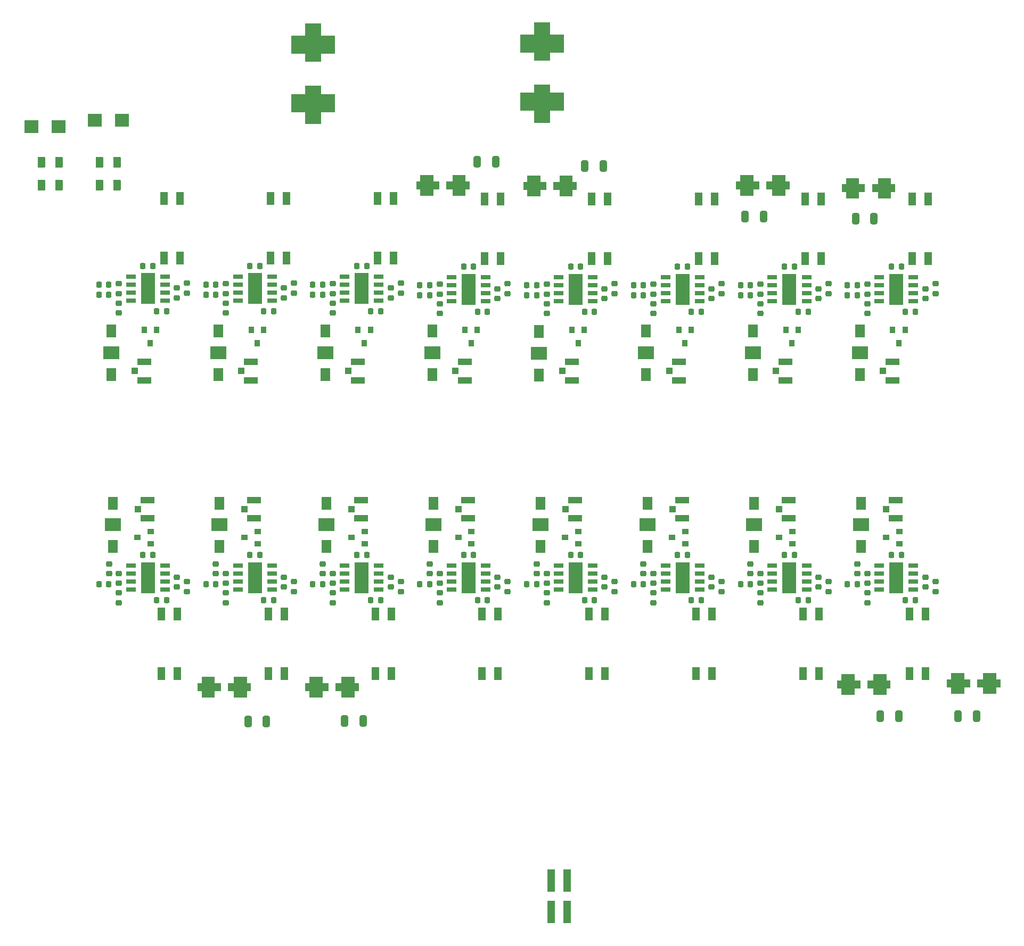
<source format=gtp>
G04 #@! TF.GenerationSoftware,KiCad,Pcbnew,(6.0.2)*
G04 #@! TF.CreationDate,2022-06-24T14:50:25-04:00*
G04 #@! TF.ProjectId,ARTIQAmp,41525449-5141-46d7-902e-6b696361645f,rev?*
G04 #@! TF.SameCoordinates,Original*
G04 #@! TF.FileFunction,Paste,Top*
G04 #@! TF.FilePolarity,Positive*
%FSLAX46Y46*%
G04 Gerber Fmt 4.6, Leading zero omitted, Abs format (unit mm)*
G04 Created by KiCad (PCBNEW (6.0.2)) date 2022-06-24 14:50:25*
%MOMM*%
%LPD*%
G01*
G04 APERTURE LIST*
G04 Aperture macros list*
%AMRoundRect*
0 Rectangle with rounded corners*
0 $1 Rounding radius*
0 $2 $3 $4 $5 $6 $7 $8 $9 X,Y pos of 4 corners*
0 Add a 4 corners polygon primitive as box body*
4,1,4,$2,$3,$4,$5,$6,$7,$8,$9,$2,$3,0*
0 Add four circle primitives for the rounded corners*
1,1,$1+$1,$2,$3*
1,1,$1+$1,$4,$5*
1,1,$1+$1,$6,$7*
1,1,$1+$1,$8,$9*
0 Add four rect primitives between the rounded corners*
20,1,$1+$1,$2,$3,$4,$5,0*
20,1,$1+$1,$4,$5,$6,$7,0*
20,1,$1+$1,$6,$7,$8,$9,0*
20,1,$1+$1,$8,$9,$2,$3,0*%
G04 Aperture macros list end*
%ADD10C,0.010000*%
%ADD11R,1.526000X0.650000*%
%ADD12R,2.260000X5.000000*%
%ADD13R,1.270000X3.680000*%
%ADD14R,1.050000X1.000000*%
%ADD15R,2.200000X1.050000*%
%ADD16RoundRect,0.218750X0.256250X-0.218750X0.256250X0.218750X-0.256250X0.218750X-0.256250X-0.218750X0*%
%ADD17RoundRect,0.218750X-0.256250X0.218750X-0.256250X-0.218750X0.256250X-0.218750X0.256250X0.218750X0*%
%ADD18RoundRect,0.218750X0.218750X0.256250X-0.218750X0.256250X-0.218750X-0.256250X0.218750X-0.256250X0*%
%ADD19RoundRect,0.218750X-0.218750X-0.256250X0.218750X-0.256250X0.218750X0.256250X-0.218750X0.256250X0*%
%ADD20R,1.600000X2.000000*%
%ADD21R,2.600000X2.000000*%
%ADD22R,1.200000X2.000000*%
%ADD23RoundRect,0.250000X0.375000X0.625000X-0.375000X0.625000X-0.375000X-0.625000X0.375000X-0.625000X0*%
%ADD24RoundRect,0.250000X-0.375000X-0.625000X0.375000X-0.625000X0.375000X0.625000X-0.375000X0.625000X0*%
%ADD25R,0.850000X1.000000*%
%ADD26RoundRect,0.250000X-0.325000X-0.650000X0.325000X-0.650000X0.325000X0.650000X-0.325000X0.650000X0*%
%ADD27R,1.000000X0.850000*%
%ADD28R,2.280000X2.120000*%
G04 APERTURE END LIST*
D10*
X116690000Y-24940000D02*
X114490000Y-24940000D01*
X114490000Y-24940000D02*
X114490000Y-23040000D01*
X114490000Y-23040000D02*
X111990000Y-23040000D01*
X111990000Y-23040000D02*
X111990000Y-24940000D01*
X111990000Y-24940000D02*
X109790000Y-24940000D01*
X109790000Y-24940000D02*
X109790000Y-27740000D01*
X109790000Y-27740000D02*
X111990000Y-27740000D01*
X111990000Y-27740000D02*
X111990000Y-29040000D01*
X111990000Y-29040000D02*
X114490000Y-29040000D01*
X114490000Y-29040000D02*
X114490000Y-27740000D01*
X114490000Y-27740000D02*
X116690000Y-27740000D01*
X116690000Y-27740000D02*
X116690000Y-24940000D01*
G36*
X114490000Y-24940000D02*
G01*
X116690000Y-24940000D01*
X116690000Y-27740000D01*
X114490000Y-27740000D01*
X114490000Y-29040000D01*
X111990000Y-29040000D01*
X111990000Y-27740000D01*
X109790000Y-27740000D01*
X109790000Y-24940000D01*
X111990000Y-24940000D01*
X111990000Y-23040000D01*
X114490000Y-23040000D01*
X114490000Y-24940000D01*
G37*
X114490000Y-24940000D02*
X116690000Y-24940000D01*
X116690000Y-27740000D01*
X114490000Y-27740000D01*
X114490000Y-29040000D01*
X111990000Y-29040000D01*
X111990000Y-27740000D01*
X109790000Y-27740000D01*
X109790000Y-24940000D01*
X111990000Y-24940000D01*
X111990000Y-23040000D01*
X114490000Y-23040000D01*
X114490000Y-24940000D01*
X116690000Y-37040000D02*
X114490000Y-37040000D01*
X114490000Y-37040000D02*
X114490000Y-38940000D01*
X114490000Y-38940000D02*
X111990000Y-38940000D01*
X111990000Y-38940000D02*
X111990000Y-37040000D01*
X111990000Y-37040000D02*
X109790000Y-37040000D01*
X109790000Y-37040000D02*
X109790000Y-34240000D01*
X109790000Y-34240000D02*
X111990000Y-34240000D01*
X111990000Y-34240000D02*
X111990000Y-32940000D01*
X111990000Y-32940000D02*
X114490000Y-32940000D01*
X114490000Y-32940000D02*
X114490000Y-34240000D01*
X114490000Y-34240000D02*
X116690000Y-34240000D01*
X116690000Y-34240000D02*
X116690000Y-37040000D01*
G36*
X114490000Y-34240000D02*
G01*
X116690000Y-34240000D01*
X116690000Y-37040000D01*
X114490000Y-37040000D01*
X114490000Y-38940000D01*
X111990000Y-38940000D01*
X111990000Y-37040000D01*
X109790000Y-37040000D01*
X109790000Y-34240000D01*
X111990000Y-34240000D01*
X111990000Y-32940000D01*
X114490000Y-32940000D01*
X114490000Y-34240000D01*
G37*
X114490000Y-34240000D02*
X116690000Y-34240000D01*
X116690000Y-37040000D01*
X114490000Y-37040000D01*
X114490000Y-38940000D01*
X111990000Y-38940000D01*
X111990000Y-37040000D01*
X109790000Y-37040000D01*
X109790000Y-34240000D01*
X111990000Y-34240000D01*
X111990000Y-32940000D01*
X114490000Y-32940000D01*
X114490000Y-34240000D01*
X73379996Y-37229999D02*
X75579996Y-37229999D01*
X75579996Y-37229999D02*
X75579996Y-39129999D01*
X75579996Y-39129999D02*
X78079996Y-39129999D01*
X78079996Y-39129999D02*
X78079996Y-37229999D01*
X78079996Y-37229999D02*
X80279996Y-37229999D01*
X80279996Y-37229999D02*
X80279996Y-34429999D01*
X80279996Y-34429999D02*
X78079996Y-34429999D01*
X78079996Y-34429999D02*
X78079996Y-33129999D01*
X78079996Y-33129999D02*
X75579996Y-33129999D01*
X75579996Y-33129999D02*
X75579996Y-34429999D01*
X75579996Y-34429999D02*
X73379996Y-34429999D01*
X73379996Y-34429999D02*
X73379996Y-37229999D01*
G36*
X78079996Y-34429999D02*
G01*
X80279996Y-34429999D01*
X80279996Y-37229999D01*
X78079996Y-37229999D01*
X78079996Y-39129999D01*
X75579996Y-39129999D01*
X75579996Y-37229999D01*
X73379996Y-37229999D01*
X73379996Y-34429999D01*
X75579996Y-34429999D01*
X75579996Y-33129999D01*
X78079996Y-33129999D01*
X78079996Y-34429999D01*
G37*
X78079996Y-34429999D02*
X80279996Y-34429999D01*
X80279996Y-37229999D01*
X78079996Y-37229999D01*
X78079996Y-39129999D01*
X75579996Y-39129999D01*
X75579996Y-37229999D01*
X73379996Y-37229999D01*
X73379996Y-34429999D01*
X75579996Y-34429999D01*
X75579996Y-33129999D01*
X78079996Y-33129999D01*
X78079996Y-34429999D01*
X73379996Y-25129999D02*
X75579996Y-25129999D01*
X75579996Y-25129999D02*
X75579996Y-23229999D01*
X75579996Y-23229999D02*
X78079996Y-23229999D01*
X78079996Y-23229999D02*
X78079996Y-25129999D01*
X78079996Y-25129999D02*
X80279996Y-25129999D01*
X80279996Y-25129999D02*
X80279996Y-27929999D01*
X80279996Y-27929999D02*
X78079996Y-27929999D01*
X78079996Y-27929999D02*
X78079996Y-29229999D01*
X78079996Y-29229999D02*
X75579996Y-29229999D01*
X75579996Y-29229999D02*
X75579996Y-27929999D01*
X75579996Y-27929999D02*
X73379996Y-27929999D01*
X73379996Y-27929999D02*
X73379996Y-25129999D01*
G36*
X78079996Y-25129999D02*
G01*
X80279996Y-25129999D01*
X80279996Y-27929999D01*
X78079996Y-27929999D01*
X78079996Y-29229999D01*
X75579996Y-29229999D01*
X75579996Y-27929999D01*
X73379996Y-27929999D01*
X73379996Y-25129999D01*
X75579996Y-25129999D01*
X75579996Y-23229999D01*
X78079996Y-23229999D01*
X78079996Y-25129999D01*
G37*
X78079996Y-25129999D02*
X80279996Y-25129999D01*
X80279996Y-27929999D01*
X78079996Y-27929999D01*
X78079996Y-29229999D01*
X75579996Y-29229999D01*
X75579996Y-27929999D01*
X73379996Y-27929999D01*
X73379996Y-25129999D01*
X75579996Y-25129999D01*
X75579996Y-23229999D01*
X78079996Y-23229999D01*
X78079996Y-25129999D01*
X161580000Y-51000000D02*
X161580000Y-50000000D01*
X161580000Y-50000000D02*
X160930000Y-50000000D01*
X160930000Y-50000000D02*
X160930000Y-48800000D01*
X160930000Y-48800000D02*
X161580000Y-48800000D01*
X161580000Y-48800000D02*
X161580000Y-47800000D01*
X161580000Y-47800000D02*
X163580000Y-47800000D01*
X163580000Y-47800000D02*
X163580000Y-48800000D01*
X163580000Y-48800000D02*
X164530000Y-48800000D01*
X164530000Y-48800000D02*
X164530000Y-50000000D01*
X164530000Y-50000000D02*
X163580000Y-50000000D01*
X163580000Y-50000000D02*
X163580000Y-51000000D01*
X163580000Y-51000000D02*
X161580000Y-51000000D01*
G36*
X163580000Y-48800000D02*
G01*
X164530000Y-48800000D01*
X164530000Y-50000000D01*
X163580000Y-50000000D01*
X163580000Y-51000000D01*
X161580000Y-51000000D01*
X161580000Y-50000000D01*
X160930000Y-50000000D01*
X160930000Y-48800000D01*
X161580000Y-48800000D01*
X161580000Y-47800000D01*
X163580000Y-47800000D01*
X163580000Y-48800000D01*
G37*
X163580000Y-48800000D02*
X164530000Y-48800000D01*
X164530000Y-50000000D01*
X163580000Y-50000000D01*
X163580000Y-51000000D01*
X161580000Y-51000000D01*
X161580000Y-50000000D01*
X160930000Y-50000000D01*
X160930000Y-48800000D01*
X161580000Y-48800000D01*
X161580000Y-47800000D01*
X163580000Y-47800000D01*
X163580000Y-48800000D01*
X168680000Y-51000000D02*
X168680000Y-50000000D01*
X168680000Y-50000000D02*
X169330000Y-50000000D01*
X169330000Y-50000000D02*
X169330000Y-48800000D01*
X169330000Y-48800000D02*
X168680000Y-48800000D01*
X168680000Y-48800000D02*
X168680000Y-47800000D01*
X168680000Y-47800000D02*
X166680000Y-47800000D01*
X166680000Y-47800000D02*
X166680000Y-48800000D01*
X166680000Y-48800000D02*
X165730000Y-48800000D01*
X165730000Y-48800000D02*
X165730000Y-50000000D01*
X165730000Y-50000000D02*
X166680000Y-50000000D01*
X166680000Y-50000000D02*
X166680000Y-51000000D01*
X166680000Y-51000000D02*
X168680000Y-51000000D01*
G36*
X168680000Y-48800000D02*
G01*
X169330000Y-48800000D01*
X169330000Y-50000000D01*
X168680000Y-50000000D01*
X168680000Y-51000000D01*
X166680000Y-51000000D01*
X166680000Y-50000000D01*
X165730000Y-50000000D01*
X165730000Y-48800000D01*
X166680000Y-48800000D01*
X166680000Y-47800000D01*
X168680000Y-47800000D01*
X168680000Y-48800000D01*
G37*
X168680000Y-48800000D02*
X169330000Y-48800000D01*
X169330000Y-50000000D01*
X168680000Y-50000000D01*
X168680000Y-51000000D01*
X166680000Y-51000000D01*
X166680000Y-50000000D01*
X165730000Y-50000000D01*
X165730000Y-48800000D01*
X166680000Y-48800000D01*
X166680000Y-47800000D01*
X168680000Y-47800000D01*
X168680000Y-48800000D01*
X76275000Y-130380000D02*
X76275000Y-129380000D01*
X76275000Y-129380000D02*
X75625000Y-129380000D01*
X75625000Y-129380000D02*
X75625000Y-128180000D01*
X75625000Y-128180000D02*
X76275000Y-128180000D01*
X76275000Y-128180000D02*
X76275000Y-127180000D01*
X76275000Y-127180000D02*
X78275000Y-127180000D01*
X78275000Y-127180000D02*
X78275000Y-128180000D01*
X78275000Y-128180000D02*
X79225000Y-128180000D01*
X79225000Y-128180000D02*
X79225000Y-129380000D01*
X79225000Y-129380000D02*
X78275000Y-129380000D01*
X78275000Y-129380000D02*
X78275000Y-130380000D01*
X78275000Y-130380000D02*
X76275000Y-130380000D01*
G36*
X78275000Y-128180000D02*
G01*
X79225000Y-128180000D01*
X79225000Y-129380000D01*
X78275000Y-129380000D01*
X78275000Y-130380000D01*
X76275000Y-130380000D01*
X76275000Y-129380000D01*
X75625000Y-129380000D01*
X75625000Y-128180000D01*
X76275000Y-128180000D01*
X76275000Y-127180000D01*
X78275000Y-127180000D01*
X78275000Y-128180000D01*
G37*
X78275000Y-128180000D02*
X79225000Y-128180000D01*
X79225000Y-129380000D01*
X78275000Y-129380000D01*
X78275000Y-130380000D01*
X76275000Y-130380000D01*
X76275000Y-129380000D01*
X75625000Y-129380000D01*
X75625000Y-128180000D01*
X76275000Y-128180000D01*
X76275000Y-127180000D01*
X78275000Y-127180000D01*
X78275000Y-128180000D01*
X83375000Y-130380000D02*
X83375000Y-129380000D01*
X83375000Y-129380000D02*
X84025000Y-129380000D01*
X84025000Y-129380000D02*
X84025000Y-128180000D01*
X84025000Y-128180000D02*
X83375000Y-128180000D01*
X83375000Y-128180000D02*
X83375000Y-127180000D01*
X83375000Y-127180000D02*
X81375000Y-127180000D01*
X81375000Y-127180000D02*
X81375000Y-128180000D01*
X81375000Y-128180000D02*
X80425000Y-128180000D01*
X80425000Y-128180000D02*
X80425000Y-129380000D01*
X80425000Y-129380000D02*
X81375000Y-129380000D01*
X81375000Y-129380000D02*
X81375000Y-130380000D01*
X81375000Y-130380000D02*
X83375000Y-130380000D01*
G36*
X83375000Y-128180000D02*
G01*
X84025000Y-128180000D01*
X84025000Y-129380000D01*
X83375000Y-129380000D01*
X83375000Y-130380000D01*
X81375000Y-130380000D01*
X81375000Y-129380000D01*
X80425000Y-129380000D01*
X80425000Y-128180000D01*
X81375000Y-128180000D01*
X81375000Y-127180000D01*
X83375000Y-127180000D01*
X83375000Y-128180000D01*
G37*
X83375000Y-128180000D02*
X84025000Y-128180000D01*
X84025000Y-129380000D01*
X83375000Y-129380000D01*
X83375000Y-130380000D01*
X81375000Y-130380000D01*
X81375000Y-129380000D01*
X80425000Y-129380000D01*
X80425000Y-128180000D01*
X81375000Y-128180000D01*
X81375000Y-127180000D01*
X83375000Y-127180000D01*
X83375000Y-128180000D01*
X178310000Y-129810000D02*
X178310000Y-128810000D01*
X178310000Y-128810000D02*
X177660000Y-128810000D01*
X177660000Y-128810000D02*
X177660000Y-127610000D01*
X177660000Y-127610000D02*
X178310000Y-127610000D01*
X178310000Y-127610000D02*
X178310000Y-126610000D01*
X178310000Y-126610000D02*
X180310000Y-126610000D01*
X180310000Y-126610000D02*
X180310000Y-127610000D01*
X180310000Y-127610000D02*
X181260000Y-127610000D01*
X181260000Y-127610000D02*
X181260000Y-128810000D01*
X181260000Y-128810000D02*
X180310000Y-128810000D01*
X180310000Y-128810000D02*
X180310000Y-129810000D01*
X180310000Y-129810000D02*
X178310000Y-129810000D01*
G36*
X180310000Y-127610000D02*
G01*
X181260000Y-127610000D01*
X181260000Y-128810000D01*
X180310000Y-128810000D01*
X180310000Y-129810000D01*
X178310000Y-129810000D01*
X178310000Y-128810000D01*
X177660000Y-128810000D01*
X177660000Y-127610000D01*
X178310000Y-127610000D01*
X178310000Y-126610000D01*
X180310000Y-126610000D01*
X180310000Y-127610000D01*
G37*
X180310000Y-127610000D02*
X181260000Y-127610000D01*
X181260000Y-128810000D01*
X180310000Y-128810000D01*
X180310000Y-129810000D01*
X178310000Y-129810000D01*
X178310000Y-128810000D01*
X177660000Y-128810000D01*
X177660000Y-127610000D01*
X178310000Y-127610000D01*
X178310000Y-126610000D01*
X180310000Y-126610000D01*
X180310000Y-127610000D01*
X185410000Y-129810000D02*
X185410000Y-128810000D01*
X185410000Y-128810000D02*
X186060000Y-128810000D01*
X186060000Y-128810000D02*
X186060000Y-127610000D01*
X186060000Y-127610000D02*
X185410000Y-127610000D01*
X185410000Y-127610000D02*
X185410000Y-126610000D01*
X185410000Y-126610000D02*
X183410000Y-126610000D01*
X183410000Y-126610000D02*
X183410000Y-127610000D01*
X183410000Y-127610000D02*
X182460000Y-127610000D01*
X182460000Y-127610000D02*
X182460000Y-128810000D01*
X182460000Y-128810000D02*
X183410000Y-128810000D01*
X183410000Y-128810000D02*
X183410000Y-129810000D01*
X183410000Y-129810000D02*
X185410000Y-129810000D01*
G36*
X185410000Y-127610000D02*
G01*
X186060000Y-127610000D01*
X186060000Y-128810000D01*
X185410000Y-128810000D01*
X185410000Y-129810000D01*
X183410000Y-129810000D01*
X183410000Y-128810000D01*
X182460000Y-128810000D01*
X182460000Y-127610000D01*
X183410000Y-127610000D01*
X183410000Y-126610000D01*
X185410000Y-126610000D01*
X185410000Y-127610000D01*
G37*
X185410000Y-127610000D02*
X186060000Y-127610000D01*
X186060000Y-128810000D01*
X185410000Y-128810000D01*
X185410000Y-129810000D01*
X183410000Y-129810000D01*
X183410000Y-128810000D01*
X182460000Y-128810000D01*
X182460000Y-127610000D01*
X183410000Y-127610000D01*
X183410000Y-126610000D01*
X185410000Y-126610000D01*
X185410000Y-127610000D01*
X118040000Y-47440000D02*
X118040000Y-48440000D01*
X118040000Y-48440000D02*
X118690000Y-48440000D01*
X118690000Y-48440000D02*
X118690000Y-49640000D01*
X118690000Y-49640000D02*
X118040000Y-49640000D01*
X118040000Y-49640000D02*
X118040000Y-50640000D01*
X118040000Y-50640000D02*
X116040000Y-50640000D01*
X116040000Y-50640000D02*
X116040000Y-49640000D01*
X116040000Y-49640000D02*
X115090000Y-49640000D01*
X115090000Y-49640000D02*
X115090000Y-48440000D01*
X115090000Y-48440000D02*
X116040000Y-48440000D01*
X116040000Y-48440000D02*
X116040000Y-47440000D01*
X116040000Y-47440000D02*
X118040000Y-47440000D01*
G36*
X118040000Y-48440000D02*
G01*
X118690000Y-48440000D01*
X118690000Y-49640000D01*
X118040000Y-49640000D01*
X118040000Y-50640000D01*
X116040000Y-50640000D01*
X116040000Y-49640000D01*
X115090000Y-49640000D01*
X115090000Y-48440000D01*
X116040000Y-48440000D01*
X116040000Y-47440000D01*
X118040000Y-47440000D01*
X118040000Y-48440000D01*
G37*
X118040000Y-48440000D02*
X118690000Y-48440000D01*
X118690000Y-49640000D01*
X118040000Y-49640000D01*
X118040000Y-50640000D01*
X116040000Y-50640000D01*
X116040000Y-49640000D01*
X115090000Y-49640000D01*
X115090000Y-48440000D01*
X116040000Y-48440000D01*
X116040000Y-47440000D01*
X118040000Y-47440000D01*
X118040000Y-48440000D01*
X110940000Y-47440000D02*
X110940000Y-48440000D01*
X110940000Y-48440000D02*
X110290000Y-48440000D01*
X110290000Y-48440000D02*
X110290000Y-49640000D01*
X110290000Y-49640000D02*
X110940000Y-49640000D01*
X110940000Y-49640000D02*
X110940000Y-50640000D01*
X110940000Y-50640000D02*
X112940000Y-50640000D01*
X112940000Y-50640000D02*
X112940000Y-49640000D01*
X112940000Y-49640000D02*
X113890000Y-49640000D01*
X113890000Y-49640000D02*
X113890000Y-48440000D01*
X113890000Y-48440000D02*
X112940000Y-48440000D01*
X112940000Y-48440000D02*
X112940000Y-47440000D01*
X112940000Y-47440000D02*
X110940000Y-47440000D01*
G36*
X112940000Y-48440000D02*
G01*
X113890000Y-48440000D01*
X113890000Y-49640000D01*
X112940000Y-49640000D01*
X112940000Y-50640000D01*
X110940000Y-50640000D01*
X110940000Y-49640000D01*
X110290000Y-49640000D01*
X110290000Y-48440000D01*
X110940000Y-48440000D01*
X110940000Y-47440000D01*
X112940000Y-47440000D01*
X112940000Y-48440000D01*
G37*
X112940000Y-48440000D02*
X113890000Y-48440000D01*
X113890000Y-49640000D01*
X112940000Y-49640000D01*
X112940000Y-50640000D01*
X110940000Y-50640000D01*
X110940000Y-49640000D01*
X110290000Y-49640000D01*
X110290000Y-48440000D01*
X110940000Y-48440000D01*
X110940000Y-47440000D01*
X112940000Y-47440000D01*
X112940000Y-48440000D01*
X59150000Y-130350000D02*
X59150000Y-129350000D01*
X59150000Y-129350000D02*
X58500000Y-129350000D01*
X58500000Y-129350000D02*
X58500000Y-128150000D01*
X58500000Y-128150000D02*
X59150000Y-128150000D01*
X59150000Y-128150000D02*
X59150000Y-127150000D01*
X59150000Y-127150000D02*
X61150000Y-127150000D01*
X61150000Y-127150000D02*
X61150000Y-128150000D01*
X61150000Y-128150000D02*
X62100000Y-128150000D01*
X62100000Y-128150000D02*
X62100000Y-129350000D01*
X62100000Y-129350000D02*
X61150000Y-129350000D01*
X61150000Y-129350000D02*
X61150000Y-130350000D01*
X61150000Y-130350000D02*
X59150000Y-130350000D01*
G36*
X61150000Y-128150000D02*
G01*
X62100000Y-128150000D01*
X62100000Y-129350000D01*
X61150000Y-129350000D01*
X61150000Y-130350000D01*
X59150000Y-130350000D01*
X59150000Y-129350000D01*
X58500000Y-129350000D01*
X58500000Y-128150000D01*
X59150000Y-128150000D01*
X59150000Y-127150000D01*
X61150000Y-127150000D01*
X61150000Y-128150000D01*
G37*
X61150000Y-128150000D02*
X62100000Y-128150000D01*
X62100000Y-129350000D01*
X61150000Y-129350000D01*
X61150000Y-130350000D01*
X59150000Y-130350000D01*
X59150000Y-129350000D01*
X58500000Y-129350000D01*
X58500000Y-128150000D01*
X59150000Y-128150000D01*
X59150000Y-127150000D01*
X61150000Y-127150000D01*
X61150000Y-128150000D01*
X66250000Y-130350000D02*
X66250000Y-129350000D01*
X66250000Y-129350000D02*
X66900000Y-129350000D01*
X66900000Y-129350000D02*
X66900000Y-128150000D01*
X66900000Y-128150000D02*
X66250000Y-128150000D01*
X66250000Y-128150000D02*
X66250000Y-127150000D01*
X66250000Y-127150000D02*
X64250000Y-127150000D01*
X64250000Y-127150000D02*
X64250000Y-128150000D01*
X64250000Y-128150000D02*
X63300000Y-128150000D01*
X63300000Y-128150000D02*
X63300000Y-129350000D01*
X63300000Y-129350000D02*
X64250000Y-129350000D01*
X64250000Y-129350000D02*
X64250000Y-130350000D01*
X64250000Y-130350000D02*
X66250000Y-130350000D01*
G36*
X66250000Y-128150000D02*
G01*
X66900000Y-128150000D01*
X66900000Y-129350000D01*
X66250000Y-129350000D01*
X66250000Y-130350000D01*
X64250000Y-130350000D01*
X64250000Y-129350000D01*
X63300000Y-129350000D01*
X63300000Y-128150000D01*
X64250000Y-128150000D01*
X64250000Y-127150000D01*
X66250000Y-127150000D01*
X66250000Y-128150000D01*
G37*
X66250000Y-128150000D02*
X66900000Y-128150000D01*
X66900000Y-129350000D01*
X66250000Y-129350000D01*
X66250000Y-130350000D01*
X64250000Y-130350000D01*
X64250000Y-129350000D01*
X63300000Y-129350000D01*
X63300000Y-128150000D01*
X64250000Y-128150000D01*
X64250000Y-127150000D01*
X66250000Y-127150000D01*
X66250000Y-128150000D01*
X160845000Y-129970000D02*
X160845000Y-128970000D01*
X160845000Y-128970000D02*
X160195000Y-128970000D01*
X160195000Y-128970000D02*
X160195000Y-127770000D01*
X160195000Y-127770000D02*
X160845000Y-127770000D01*
X160845000Y-127770000D02*
X160845000Y-126770000D01*
X160845000Y-126770000D02*
X162845000Y-126770000D01*
X162845000Y-126770000D02*
X162845000Y-127770000D01*
X162845000Y-127770000D02*
X163795000Y-127770000D01*
X163795000Y-127770000D02*
X163795000Y-128970000D01*
X163795000Y-128970000D02*
X162845000Y-128970000D01*
X162845000Y-128970000D02*
X162845000Y-129970000D01*
X162845000Y-129970000D02*
X160845000Y-129970000D01*
G36*
X162845000Y-127770000D02*
G01*
X163795000Y-127770000D01*
X163795000Y-128970000D01*
X162845000Y-128970000D01*
X162845000Y-129970000D01*
X160845000Y-129970000D01*
X160845000Y-128970000D01*
X160195000Y-128970000D01*
X160195000Y-127770000D01*
X160845000Y-127770000D01*
X160845000Y-126770000D01*
X162845000Y-126770000D01*
X162845000Y-127770000D01*
G37*
X162845000Y-127770000D02*
X163795000Y-127770000D01*
X163795000Y-128970000D01*
X162845000Y-128970000D01*
X162845000Y-129970000D01*
X160845000Y-129970000D01*
X160845000Y-128970000D01*
X160195000Y-128970000D01*
X160195000Y-127770000D01*
X160845000Y-127770000D01*
X160845000Y-126770000D01*
X162845000Y-126770000D01*
X162845000Y-127770000D01*
X167945000Y-129970000D02*
X167945000Y-128970000D01*
X167945000Y-128970000D02*
X168595000Y-128970000D01*
X168595000Y-128970000D02*
X168595000Y-127770000D01*
X168595000Y-127770000D02*
X167945000Y-127770000D01*
X167945000Y-127770000D02*
X167945000Y-126770000D01*
X167945000Y-126770000D02*
X165945000Y-126770000D01*
X165945000Y-126770000D02*
X165945000Y-127770000D01*
X165945000Y-127770000D02*
X164995000Y-127770000D01*
X164995000Y-127770000D02*
X164995000Y-128970000D01*
X164995000Y-128970000D02*
X165945000Y-128970000D01*
X165945000Y-128970000D02*
X165945000Y-129970000D01*
X165945000Y-129970000D02*
X167945000Y-129970000D01*
G36*
X167945000Y-127770000D02*
G01*
X168595000Y-127770000D01*
X168595000Y-128970000D01*
X167945000Y-128970000D01*
X167945000Y-129970000D01*
X165945000Y-129970000D01*
X165945000Y-128970000D01*
X164995000Y-128970000D01*
X164995000Y-127770000D01*
X165945000Y-127770000D01*
X165945000Y-126770000D01*
X167945000Y-126770000D01*
X167945000Y-127770000D01*
G37*
X167945000Y-127770000D02*
X168595000Y-127770000D01*
X168595000Y-128970000D01*
X167945000Y-128970000D01*
X167945000Y-129970000D01*
X165945000Y-129970000D01*
X165945000Y-128970000D01*
X164995000Y-128970000D01*
X164995000Y-127770000D01*
X165945000Y-127770000D01*
X165945000Y-126770000D01*
X167945000Y-126770000D01*
X167945000Y-127770000D01*
X93915007Y-50519994D02*
X93915007Y-49519994D01*
X93915007Y-49519994D02*
X93265007Y-49519994D01*
X93265007Y-49519994D02*
X93265007Y-48319994D01*
X93265007Y-48319994D02*
X93915007Y-48319994D01*
X93915007Y-48319994D02*
X93915007Y-47319994D01*
X93915007Y-47319994D02*
X95915007Y-47319994D01*
X95915007Y-47319994D02*
X95915007Y-48319994D01*
X95915007Y-48319994D02*
X96865007Y-48319994D01*
X96865007Y-48319994D02*
X96865007Y-49519994D01*
X96865007Y-49519994D02*
X95915007Y-49519994D01*
X95915007Y-49519994D02*
X95915007Y-50519994D01*
X95915007Y-50519994D02*
X93915007Y-50519994D01*
G36*
X95915007Y-48319994D02*
G01*
X96865007Y-48319994D01*
X96865007Y-49519994D01*
X95915007Y-49519994D01*
X95915007Y-50519994D01*
X93915007Y-50519994D01*
X93915007Y-49519994D01*
X93265007Y-49519994D01*
X93265007Y-48319994D01*
X93915007Y-48319994D01*
X93915007Y-47319994D01*
X95915007Y-47319994D01*
X95915007Y-48319994D01*
G37*
X95915007Y-48319994D02*
X96865007Y-48319994D01*
X96865007Y-49519994D01*
X95915007Y-49519994D01*
X95915007Y-50519994D01*
X93915007Y-50519994D01*
X93915007Y-49519994D01*
X93265007Y-49519994D01*
X93265007Y-48319994D01*
X93915007Y-48319994D01*
X93915007Y-47319994D01*
X95915007Y-47319994D01*
X95915007Y-48319994D01*
X101015007Y-50519994D02*
X101015007Y-49519994D01*
X101015007Y-49519994D02*
X101665007Y-49519994D01*
X101665007Y-49519994D02*
X101665007Y-48319994D01*
X101665007Y-48319994D02*
X101015007Y-48319994D01*
X101015007Y-48319994D02*
X101015007Y-47319994D01*
X101015007Y-47319994D02*
X99015007Y-47319994D01*
X99015007Y-47319994D02*
X99015007Y-48319994D01*
X99015007Y-48319994D02*
X98065007Y-48319994D01*
X98065007Y-48319994D02*
X98065007Y-49519994D01*
X98065007Y-49519994D02*
X99015007Y-49519994D01*
X99015007Y-49519994D02*
X99015007Y-50519994D01*
X99015007Y-50519994D02*
X101015007Y-50519994D01*
G36*
X101015007Y-48319994D02*
G01*
X101665007Y-48319994D01*
X101665007Y-49519994D01*
X101015007Y-49519994D01*
X101015007Y-50519994D01*
X99015007Y-50519994D01*
X99015007Y-49519994D01*
X98065007Y-49519994D01*
X98065007Y-48319994D01*
X99015007Y-48319994D01*
X99015007Y-47319994D01*
X101015007Y-47319994D01*
X101015007Y-48319994D01*
G37*
X101015007Y-48319994D02*
X101665007Y-48319994D01*
X101665007Y-49519994D01*
X101015007Y-49519994D01*
X101015007Y-50519994D01*
X99015007Y-50519994D01*
X99015007Y-49519994D01*
X98065007Y-49519994D01*
X98065007Y-48319994D01*
X99015007Y-48319994D01*
X99015007Y-47319994D01*
X101015007Y-47319994D01*
X101015007Y-48319994D01*
X151870000Y-47340000D02*
X151870000Y-48340000D01*
X151870000Y-48340000D02*
X152520000Y-48340000D01*
X152520000Y-48340000D02*
X152520000Y-49540000D01*
X152520000Y-49540000D02*
X151870000Y-49540000D01*
X151870000Y-49540000D02*
X151870000Y-50540000D01*
X151870000Y-50540000D02*
X149870000Y-50540000D01*
X149870000Y-50540000D02*
X149870000Y-49540000D01*
X149870000Y-49540000D02*
X148920000Y-49540000D01*
X148920000Y-49540000D02*
X148920000Y-48340000D01*
X148920000Y-48340000D02*
X149870000Y-48340000D01*
X149870000Y-48340000D02*
X149870000Y-47340000D01*
X149870000Y-47340000D02*
X151870000Y-47340000D01*
G36*
X151870000Y-48340000D02*
G01*
X152520000Y-48340000D01*
X152520000Y-49540000D01*
X151870000Y-49540000D01*
X151870000Y-50540000D01*
X149870000Y-50540000D01*
X149870000Y-49540000D01*
X148920000Y-49540000D01*
X148920000Y-48340000D01*
X149870000Y-48340000D01*
X149870000Y-47340000D01*
X151870000Y-47340000D01*
X151870000Y-48340000D01*
G37*
X151870000Y-48340000D02*
X152520000Y-48340000D01*
X152520000Y-49540000D01*
X151870000Y-49540000D01*
X151870000Y-50540000D01*
X149870000Y-50540000D01*
X149870000Y-49540000D01*
X148920000Y-49540000D01*
X148920000Y-48340000D01*
X149870000Y-48340000D01*
X149870000Y-47340000D01*
X151870000Y-47340000D01*
X151870000Y-48340000D01*
X144770000Y-47340000D02*
X144770000Y-48340000D01*
X144770000Y-48340000D02*
X144120000Y-48340000D01*
X144120000Y-48340000D02*
X144120000Y-49540000D01*
X144120000Y-49540000D02*
X144770000Y-49540000D01*
X144770000Y-49540000D02*
X144770000Y-50540000D01*
X144770000Y-50540000D02*
X146770000Y-50540000D01*
X146770000Y-50540000D02*
X146770000Y-49540000D01*
X146770000Y-49540000D02*
X147720000Y-49540000D01*
X147720000Y-49540000D02*
X147720000Y-48340000D01*
X147720000Y-48340000D02*
X146770000Y-48340000D01*
X146770000Y-48340000D02*
X146770000Y-47340000D01*
X146770000Y-47340000D02*
X144770000Y-47340000D01*
G36*
X146770000Y-48340000D02*
G01*
X147720000Y-48340000D01*
X147720000Y-49540000D01*
X146770000Y-49540000D01*
X146770000Y-50540000D01*
X144770000Y-50540000D01*
X144770000Y-49540000D01*
X144120000Y-49540000D01*
X144120000Y-48340000D01*
X144770000Y-48340000D01*
X144770000Y-47340000D01*
X146770000Y-47340000D01*
X146770000Y-48340000D01*
G37*
X146770000Y-48340000D02*
X147720000Y-48340000D01*
X147720000Y-49540000D01*
X146770000Y-49540000D01*
X146770000Y-50540000D01*
X144770000Y-50540000D01*
X144770000Y-49540000D01*
X144120000Y-49540000D01*
X144120000Y-48340000D01*
X144770000Y-48340000D01*
X144770000Y-47340000D01*
X146770000Y-47340000D01*
X146770000Y-48340000D01*
D11*
X81888000Y-109495000D03*
X81888000Y-110765000D03*
X81888000Y-112035000D03*
X81888000Y-113305000D03*
X87312000Y-113305000D03*
X87312000Y-112035000D03*
X87312000Y-110765000D03*
X87312000Y-109495000D03*
D12*
X84600000Y-111400000D03*
D11*
X98888000Y-109495000D03*
X98888000Y-110765000D03*
X98888000Y-112035000D03*
X98888000Y-113305000D03*
X104312000Y-113305000D03*
X104312000Y-112035000D03*
X104312000Y-110765000D03*
X104312000Y-109495000D03*
D12*
X101600000Y-111400000D03*
D11*
X132888000Y-109495000D03*
X132888000Y-110765000D03*
X132888000Y-112035000D03*
X132888000Y-113305000D03*
X138312000Y-113305000D03*
X138312000Y-112035000D03*
X138312000Y-110765000D03*
X138312000Y-109495000D03*
D12*
X135600000Y-111400000D03*
D11*
X149888000Y-109495000D03*
X149888000Y-110765000D03*
X149888000Y-112035000D03*
X149888000Y-113305000D03*
X155312000Y-113305000D03*
X155312000Y-112035000D03*
X155312000Y-110765000D03*
X155312000Y-109495000D03*
D12*
X152600000Y-111400000D03*
D11*
X166887991Y-109495006D03*
X166887991Y-110765006D03*
X166887991Y-112035006D03*
X166887991Y-113305006D03*
X172311991Y-113305006D03*
X172311991Y-112035006D03*
X172311991Y-110765006D03*
X172311991Y-109495006D03*
D12*
X169599991Y-111400006D03*
D11*
X47888000Y-109495000D03*
X47888000Y-110765000D03*
X47888000Y-112035000D03*
X47888000Y-113305000D03*
X53312000Y-113305000D03*
X53312000Y-112035000D03*
X53312000Y-110765000D03*
X53312000Y-109495000D03*
D12*
X50600000Y-111400000D03*
D11*
X115888000Y-109495000D03*
X115888000Y-110765000D03*
X115888000Y-112035000D03*
X115888000Y-113305000D03*
X121312000Y-113305000D03*
X121312000Y-112035000D03*
X121312000Y-110765000D03*
X121312000Y-109495000D03*
D12*
X118600000Y-111400000D03*
D11*
X166888000Y-63595000D03*
X166888000Y-64865000D03*
X166888000Y-66135000D03*
X166888000Y-67405000D03*
X172312000Y-67405000D03*
X172312000Y-66135000D03*
X172312000Y-64865000D03*
X172312000Y-63595000D03*
D12*
X169600000Y-65500000D03*
D11*
X149888000Y-63595000D03*
X149888000Y-64865000D03*
X149888000Y-66135000D03*
X149888000Y-67405000D03*
X155312000Y-67405000D03*
X155312000Y-66135000D03*
X155312000Y-64865000D03*
X155312000Y-63595000D03*
D12*
X152600000Y-65500000D03*
D11*
X132888000Y-63595000D03*
X132888000Y-64865000D03*
X132888000Y-66135000D03*
X132888000Y-67405000D03*
X138312000Y-67405000D03*
X138312000Y-66135000D03*
X138312000Y-64865000D03*
X138312000Y-63595000D03*
D12*
X135600000Y-65500000D03*
D11*
X98888000Y-63595000D03*
X98888000Y-64865000D03*
X98888000Y-66135000D03*
X98888000Y-67405000D03*
X104312000Y-67405000D03*
X104312000Y-66135000D03*
X104312000Y-64865000D03*
X104312000Y-63595000D03*
D12*
X101600000Y-65500000D03*
D11*
X81888000Y-63495000D03*
X81888000Y-64765000D03*
X81888000Y-66035000D03*
X81888000Y-67305000D03*
X87312000Y-67305000D03*
X87312000Y-66035000D03*
X87312000Y-64765000D03*
X87312000Y-63495000D03*
D12*
X84600000Y-65400000D03*
D11*
X64888000Y-63495000D03*
X64888000Y-64765000D03*
X64888000Y-66035000D03*
X64888000Y-67305000D03*
X70312000Y-67305000D03*
X70312000Y-66035000D03*
X70312000Y-64765000D03*
X70312000Y-63495000D03*
D12*
X67600000Y-65400000D03*
D11*
X115888000Y-63595000D03*
X115888000Y-64865000D03*
X115888000Y-66135000D03*
X115888000Y-67405000D03*
X121312000Y-67405000D03*
X121312000Y-66135000D03*
X121312000Y-64865000D03*
X121312000Y-63595000D03*
D12*
X118600000Y-65500000D03*
D11*
X47888000Y-63494996D03*
X47888000Y-64764996D03*
X47888000Y-66034996D03*
X47888000Y-67304996D03*
X53312000Y-67304996D03*
X53312000Y-66034996D03*
X53312000Y-64764996D03*
X53312000Y-63494996D03*
D12*
X50600000Y-65399996D03*
D11*
X64888000Y-109495000D03*
X64888000Y-110765000D03*
X64888000Y-112035000D03*
X64888000Y-113305000D03*
X70312000Y-113305000D03*
X70312000Y-112035000D03*
X70312000Y-110765000D03*
X70312000Y-109495000D03*
D12*
X67600000Y-111400000D03*
D13*
X117240000Y-159640000D03*
X117240000Y-164590000D03*
X114700000Y-159640000D03*
X114700000Y-164590000D03*
D14*
X48975000Y-100500000D03*
D15*
X50500000Y-99025000D03*
X50500000Y-101975000D03*
D14*
X65975000Y-100500000D03*
D15*
X67500000Y-99025000D03*
X67500000Y-101975000D03*
D14*
X82975000Y-100500000D03*
D15*
X84500000Y-99025000D03*
X84500000Y-101975000D03*
D14*
X99975000Y-100500000D03*
D15*
X101500000Y-99025000D03*
X101500000Y-101975000D03*
D14*
X116975000Y-100500000D03*
D15*
X118500000Y-99025000D03*
X118500000Y-101975000D03*
D14*
X133975000Y-100500000D03*
D15*
X135500000Y-99025000D03*
X135500000Y-101975000D03*
D14*
X150975000Y-100500000D03*
D15*
X152500000Y-99025000D03*
X152500000Y-101975000D03*
D14*
X167975000Y-100500000D03*
D15*
X169500000Y-99025000D03*
X169500000Y-101975000D03*
D14*
X48475000Y-78500000D03*
D15*
X50000000Y-77025000D03*
X50000000Y-79975000D03*
D14*
X65475000Y-78500000D03*
D15*
X67000000Y-77025000D03*
X67000000Y-79975000D03*
D14*
X82475000Y-78500000D03*
D15*
X84000000Y-77025000D03*
X84000000Y-79975000D03*
X101000000Y-79975000D03*
X101000000Y-77025000D03*
D14*
X99475000Y-78500000D03*
X116475000Y-78500000D03*
D15*
X118000000Y-77025000D03*
X118000000Y-79975000D03*
D14*
X133475000Y-78500000D03*
D15*
X135000000Y-77025000D03*
X135000000Y-79975000D03*
D14*
X150475000Y-78500000D03*
D15*
X152000000Y-77025000D03*
X152000000Y-79975000D03*
D14*
X167475000Y-78500000D03*
D15*
X169000000Y-77025000D03*
X169000000Y-79975000D03*
D16*
X72200000Y-112887500D03*
X72200000Y-111312500D03*
D17*
X63000000Y-113812500D03*
X63000000Y-115387500D03*
D18*
X70587500Y-115000000D03*
X69012500Y-115000000D03*
D16*
X89200000Y-112887500D03*
X89200000Y-111312500D03*
D17*
X80000000Y-113812500D03*
X80000000Y-115387500D03*
D18*
X87587500Y-115000000D03*
X86012500Y-115000000D03*
D16*
X106200000Y-112887500D03*
X106200000Y-111312500D03*
D17*
X97000000Y-113812500D03*
X97000000Y-115387500D03*
D18*
X104587500Y-115000000D03*
X103012500Y-115000000D03*
D17*
X131000000Y-113812500D03*
X131000000Y-115387500D03*
D18*
X138587500Y-115000000D03*
X137012500Y-115000000D03*
D16*
X157200000Y-112887500D03*
X157200000Y-111312500D03*
D17*
X148000000Y-113812500D03*
X148000000Y-115387500D03*
D18*
X155587500Y-115000000D03*
X154012500Y-115000000D03*
X61387500Y-112400000D03*
X59812500Y-112400000D03*
D19*
X66812500Y-107800000D03*
X68387500Y-107800000D03*
D18*
X78387500Y-112400000D03*
X76812500Y-112400000D03*
D19*
X83812500Y-107800000D03*
X85387500Y-107800000D03*
D18*
X95387500Y-112400000D03*
X93812500Y-112400000D03*
D19*
X100812500Y-107800000D03*
X102387500Y-107800000D03*
D17*
X95400000Y-109212500D03*
X95400000Y-110787500D03*
D18*
X129387500Y-112400000D03*
X127812500Y-112400000D03*
D17*
X129400000Y-109212500D03*
X129400000Y-110787500D03*
D18*
X146387500Y-112400000D03*
X144812500Y-112400000D03*
D19*
X151812500Y-107800000D03*
X153387500Y-107800000D03*
D17*
X146400000Y-109212500D03*
X146400000Y-110787500D03*
D20*
X62000000Y-99550000D03*
X62000000Y-106450000D03*
D21*
X62000000Y-103000000D03*
D20*
X79000000Y-99550000D03*
X79000000Y-106450000D03*
D21*
X79000000Y-103000000D03*
D20*
X96000000Y-99550000D03*
X96000000Y-106450000D03*
D21*
X96000000Y-103000000D03*
D20*
X130000000Y-99550000D03*
X130000000Y-106450000D03*
D21*
X130000000Y-103000000D03*
D20*
X147000000Y-99550000D03*
X147000000Y-106450000D03*
D21*
X147000000Y-103000000D03*
D19*
X168812500Y-107800000D03*
X170387500Y-107800000D03*
D18*
X163387500Y-112400000D03*
X161812500Y-112400000D03*
D17*
X163400000Y-109212500D03*
X163400000Y-110787500D03*
D20*
X164000000Y-99550000D03*
X164000000Y-106450000D03*
D21*
X164000000Y-103000000D03*
D16*
X174200000Y-112887500D03*
X174200000Y-111312500D03*
D18*
X172587500Y-115000000D03*
X171012500Y-115000000D03*
D17*
X165000000Y-113812500D03*
X165000000Y-115387500D03*
D22*
X72270010Y-117150010D03*
X69730010Y-117150010D03*
X69730010Y-126650010D03*
X72270010Y-126650010D03*
X89270000Y-117150000D03*
X86730000Y-117150000D03*
X86730000Y-126650000D03*
X89270000Y-126650000D03*
X106270000Y-117150000D03*
X103730000Y-117150000D03*
X103730000Y-126650000D03*
X106270000Y-126650000D03*
X140270000Y-117150000D03*
X137730000Y-117150000D03*
X137730000Y-126650000D03*
X140270000Y-126650000D03*
X174270000Y-117150000D03*
X171730000Y-117150000D03*
X171730000Y-126650000D03*
X174270000Y-126650000D03*
D16*
X73800000Y-113587500D03*
X73800000Y-112012500D03*
X90800000Y-113587500D03*
X90800000Y-112012500D03*
X97000000Y-112287500D03*
X97000000Y-110712500D03*
X107800000Y-113587500D03*
X107800000Y-112012500D03*
X131000000Y-112287500D03*
X131000000Y-110712500D03*
X141800000Y-113587500D03*
X141800000Y-112012500D03*
X148000000Y-112287500D03*
X148000000Y-110712500D03*
X158800000Y-113587500D03*
X158800000Y-112012500D03*
X165000000Y-112287500D03*
X165000000Y-110712500D03*
X175800000Y-113587500D03*
X175800000Y-112012500D03*
X140200000Y-112887500D03*
X140200000Y-111312500D03*
D19*
X134812500Y-107800000D03*
X136387500Y-107800000D03*
D16*
X55200000Y-112887500D03*
X55200000Y-111312500D03*
D18*
X53587500Y-115000000D03*
X52012500Y-115000000D03*
D19*
X49812500Y-107800000D03*
X51387500Y-107800000D03*
D18*
X44387500Y-112400000D03*
X42812500Y-112400000D03*
D16*
X46000000Y-112287500D03*
X46000000Y-110712500D03*
D17*
X46000000Y-113812500D03*
X46000000Y-115387500D03*
D16*
X63000000Y-112287500D03*
X63000000Y-110712500D03*
D20*
X45000000Y-99550000D03*
X45000000Y-106450000D03*
D21*
X45000000Y-103000000D03*
D16*
X56800000Y-113587500D03*
X56800000Y-112012500D03*
X124800000Y-113587500D03*
X124800000Y-112012500D03*
X114000000Y-112287500D03*
X114000000Y-110712500D03*
D22*
X123270000Y-117150000D03*
X120730000Y-117150000D03*
X120730000Y-126650000D03*
X123270000Y-126650000D03*
D20*
X113000000Y-99550000D03*
X113000000Y-106450000D03*
D21*
X113000000Y-103000000D03*
D18*
X121587500Y-115000000D03*
X120012500Y-115000000D03*
D16*
X123200000Y-112887500D03*
X123200000Y-111312500D03*
D17*
X114000000Y-113812500D03*
X114000000Y-115387500D03*
D18*
X112387500Y-112400000D03*
X110812500Y-112400000D03*
D19*
X117812500Y-107800000D03*
X119387500Y-107800000D03*
D17*
X112400000Y-109212500D03*
X112400000Y-110787500D03*
D22*
X157270000Y-117150000D03*
X154730000Y-117150000D03*
X154730000Y-126650000D03*
X157270000Y-126650000D03*
D17*
X175800000Y-64612500D03*
X175800000Y-66187500D03*
D16*
X165000000Y-66287500D03*
X165000000Y-64712500D03*
X114000000Y-66287500D03*
X114000000Y-64712500D03*
X131000000Y-66287500D03*
X131000000Y-64712500D03*
X63000000Y-66187500D03*
X63000000Y-64612500D03*
X148000000Y-66287500D03*
X148000000Y-64712500D03*
D17*
X141800000Y-64612500D03*
X141800000Y-66187500D03*
X124800000Y-64612500D03*
X124800000Y-66187500D03*
X107800000Y-64612500D03*
X107800000Y-66187500D03*
X73800000Y-64512500D03*
X73800000Y-66087500D03*
D16*
X97000000Y-66287500D03*
X97000000Y-64712500D03*
D17*
X90800000Y-64512500D03*
X90800000Y-66087500D03*
X158800000Y-64612500D03*
X158800000Y-66187500D03*
D16*
X80000000Y-66187500D03*
X80000000Y-64612500D03*
D17*
X56800000Y-64512500D03*
X56800000Y-66087500D03*
D16*
X46000000Y-66187500D03*
X46000000Y-64612500D03*
D22*
X121130000Y-60650000D03*
X123670000Y-60650000D03*
X123670000Y-51150000D03*
X121130000Y-51150000D03*
X172130009Y-60649990D03*
X174670009Y-60649990D03*
X174670009Y-51149990D03*
X172130009Y-51149990D03*
X87130000Y-60550000D03*
X89670000Y-60550000D03*
X89670000Y-51050000D03*
X87130000Y-51050000D03*
X53130000Y-60550000D03*
X55670000Y-60550000D03*
X55670000Y-51050000D03*
X53130000Y-51050000D03*
X104130000Y-60650000D03*
X106670000Y-60650000D03*
X106670000Y-51150000D03*
X104130000Y-51150000D03*
X70130000Y-60550000D03*
X72670000Y-60550000D03*
X72670000Y-51050000D03*
X70130000Y-51050000D03*
X138130000Y-60650000D03*
X140670000Y-60650000D03*
X140670000Y-51150000D03*
X138130000Y-51150000D03*
X155130000Y-60650000D03*
X157670000Y-60650000D03*
X157670000Y-51150000D03*
X155130000Y-51150000D03*
D20*
X163800000Y-79050000D03*
X163800000Y-72150000D03*
D21*
X163800000Y-75600000D03*
D20*
X78800000Y-79050000D03*
X78800000Y-72150000D03*
D21*
X78800000Y-75600000D03*
D20*
X146800000Y-79050000D03*
X146800000Y-72150000D03*
D21*
X146800000Y-75600000D03*
D20*
X112800000Y-79150000D03*
X112800000Y-72250000D03*
D21*
X112800000Y-75700000D03*
D20*
X61800000Y-79050000D03*
X61800000Y-72150000D03*
D21*
X61800000Y-75600000D03*
D20*
X44800000Y-79050000D03*
X44800000Y-72150000D03*
D21*
X44800000Y-75600000D03*
D20*
X129800000Y-79050000D03*
X129800000Y-72150000D03*
D21*
X129800000Y-75600000D03*
D20*
X95800000Y-79050000D03*
X95800000Y-72150000D03*
D21*
X95800000Y-75600000D03*
D18*
X104587500Y-69100000D03*
X103012500Y-69100000D03*
D17*
X114000000Y-67812500D03*
X114000000Y-69387500D03*
X131000000Y-67812500D03*
X131000000Y-69387500D03*
D18*
X53587500Y-69000000D03*
X52012500Y-69000000D03*
D16*
X55200000Y-66887500D03*
X55200000Y-65312500D03*
D17*
X63000000Y-67712500D03*
X63000000Y-69287500D03*
D16*
X89200000Y-66887500D03*
X89200000Y-65312500D03*
D18*
X87587500Y-69000000D03*
X86012500Y-69000000D03*
D16*
X106200000Y-66987500D03*
X106200000Y-65412500D03*
X140200000Y-66987500D03*
X140200000Y-65412500D03*
D18*
X138587500Y-69100000D03*
X137012500Y-69100000D03*
X155587500Y-69100000D03*
X154012500Y-69100000D03*
X121587500Y-69100000D03*
X120012500Y-69100000D03*
D16*
X72200000Y-66887500D03*
X72200000Y-65312500D03*
X157200000Y-66987500D03*
X157200000Y-65412500D03*
D18*
X172587500Y-69100000D03*
X171012500Y-69100000D03*
D17*
X46000000Y-67712500D03*
X46000000Y-69287500D03*
D16*
X174200000Y-66987500D03*
X174200000Y-65412500D03*
D18*
X70587500Y-69000000D03*
X69012500Y-69000000D03*
D17*
X80000000Y-67712500D03*
X80000000Y-69287500D03*
X165000000Y-67812500D03*
X165000000Y-69387500D03*
D16*
X123200000Y-66987500D03*
X123200000Y-65412500D03*
D17*
X148000000Y-67812500D03*
X148000000Y-69387500D03*
X97000000Y-67812500D03*
X97000000Y-69387500D03*
D19*
X66812500Y-61800000D03*
X68387500Y-61800000D03*
X59812500Y-64800000D03*
X61387500Y-64800000D03*
X83812500Y-61800000D03*
X85387500Y-61800000D03*
D18*
X78387500Y-66400000D03*
X76812500Y-66400000D03*
D19*
X76812500Y-64800000D03*
X78387500Y-64800000D03*
X100812500Y-61900000D03*
X102387500Y-61900000D03*
D18*
X95387500Y-66500000D03*
X93812500Y-66500000D03*
X61387500Y-66400000D03*
X59812500Y-66400000D03*
D19*
X93812500Y-64900000D03*
X95387500Y-64900000D03*
X151812500Y-61900000D03*
X153387500Y-61900000D03*
X144812500Y-64900000D03*
X146387500Y-64900000D03*
X134812500Y-61900000D03*
X136387500Y-61900000D03*
D18*
X112387500Y-66500000D03*
X110812500Y-66500000D03*
D19*
X117812500Y-61900000D03*
X119387500Y-61900000D03*
X110812500Y-64900000D03*
X112387500Y-64900000D03*
X168812500Y-61900000D03*
X170387500Y-61900000D03*
D18*
X146387500Y-66500000D03*
X144812500Y-66500000D03*
X129387500Y-66500000D03*
X127812500Y-66500000D03*
X163387500Y-66500000D03*
X161812500Y-66500000D03*
X44387500Y-66400000D03*
X42812500Y-66400000D03*
D19*
X161812500Y-64900000D03*
X163387500Y-64900000D03*
X42812500Y-64800000D03*
X44387500Y-64800000D03*
X127812500Y-64900000D03*
X129387500Y-64900000D03*
X49812500Y-61800000D03*
X51387500Y-61800000D03*
D17*
X44400000Y-109212500D03*
X44400000Y-110787500D03*
X61400000Y-109212500D03*
X61400000Y-110787500D03*
X78400000Y-109212500D03*
X78400000Y-110787500D03*
D23*
X45700000Y-48900000D03*
X42900000Y-48900000D03*
D24*
X33700000Y-45300000D03*
X36500000Y-45300000D03*
X33700000Y-48900000D03*
X36500000Y-48900000D03*
D23*
X45700000Y-45300000D03*
X42900000Y-45300000D03*
D22*
X55270000Y-117150000D03*
X52730000Y-117150000D03*
X52730000Y-126650000D03*
X55270000Y-126650000D03*
D16*
X80000000Y-112287500D03*
X80000000Y-110712500D03*
D25*
X119980000Y-71950000D03*
X118020000Y-71950000D03*
X119000000Y-74050000D03*
D26*
X102940000Y-45220000D03*
X105890000Y-45220000D03*
D25*
X136980000Y-71950000D03*
X135020000Y-71950000D03*
X136000000Y-74050000D03*
D26*
X66505000Y-134290000D03*
X69455000Y-134290000D03*
X120040000Y-45860000D03*
X122990000Y-45860000D03*
D27*
X170050000Y-105980000D03*
X170050000Y-104020000D03*
X167950000Y-105000000D03*
X119050000Y-105980000D03*
X119050000Y-104020000D03*
X116950000Y-105000000D03*
X51050000Y-105980000D03*
X51050000Y-104020000D03*
X48950000Y-105000000D03*
D28*
X46465000Y-38600000D03*
X42135000Y-38600000D03*
D25*
X153980000Y-71950000D03*
X152020000Y-71950000D03*
X153000000Y-74050000D03*
D27*
X85050000Y-105980000D03*
X85050000Y-104020000D03*
X82950000Y-105000000D03*
X68050000Y-105980000D03*
X68050000Y-104020000D03*
X65950000Y-105000000D03*
D25*
X51980000Y-72000000D03*
X50020000Y-72000000D03*
X51000000Y-74100000D03*
D26*
X145540000Y-53920000D03*
X148490000Y-53920000D03*
D27*
X153050000Y-105980000D03*
X153050000Y-104020000D03*
X150950000Y-105000000D03*
X136050000Y-105980000D03*
X136050000Y-104020000D03*
X133950000Y-105000000D03*
D25*
X170980000Y-71950000D03*
X169020000Y-71950000D03*
X170000000Y-74050000D03*
D26*
X179390000Y-133430000D03*
X182340000Y-133430000D03*
X167050000Y-133400000D03*
X170000000Y-133400000D03*
X163100000Y-54275000D03*
X166050000Y-54275000D03*
D25*
X85980000Y-71950000D03*
X84020000Y-71950000D03*
X85000000Y-74050000D03*
D28*
X36430000Y-39610000D03*
X32100000Y-39610000D03*
D26*
X81865000Y-134220000D03*
X84815000Y-134220000D03*
D25*
X102980000Y-71950000D03*
X101020000Y-71950000D03*
X102000000Y-74050000D03*
X68980000Y-71950000D03*
X67020000Y-71950000D03*
X68000000Y-74050000D03*
D27*
X102050000Y-105980000D03*
X102050000Y-104020000D03*
X99950000Y-105000000D03*
M02*

</source>
